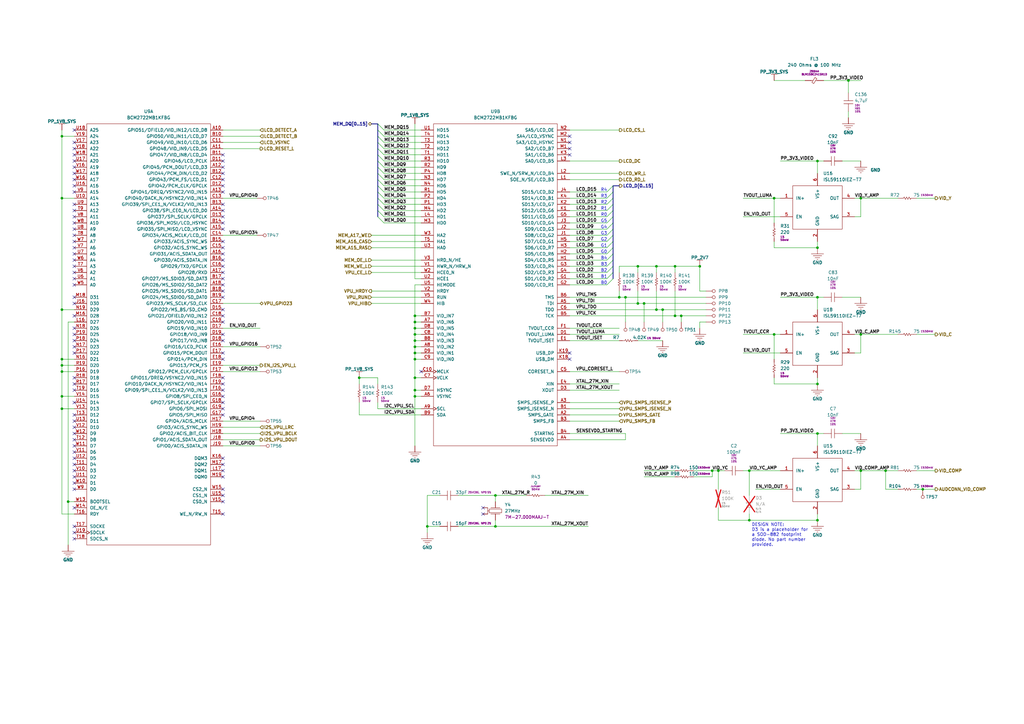
<source format=kicad_sch>
(kicad_sch (version 20231120) (generator "eeschema") (generator_version "8.0")
  (paper "A3")
  (title_block (title "iPod Video Main Board") (date "2025-04-19") (rev "A") (comment 1 "820-1975") (comment 2 "A"))
  (junction (at 25.4 81.28))
  (junction (at 25.4 127))
  (junction (at 25.4 167.64))
  (junction (at 276.86 129.54))
  (junction (at 269.24 109.22))
  (junction (at 292.1 193.04))
  (junction (at 254 121.92))
  (junction (at 363.22 193.04))
  (junction (at 170.18 134.62))
  (junction (at 317.5 81.28))
  (junction (at 170.18 139.7))
  (junction (at 261.62 109.22))
  (junction (at 170.18 142.24))
  (junction (at 335.28 177.8))
  (junction (at 287.02 109.22))
  (junction (at 170.18 129.54))
  (junction (at 269.24 127))
  (junction (at 353.06 137.16))
  (junction (at 170.18 147.32))
  (junction (at 335.28 66.04))
  (junction (at 261.62 124.46))
  (junction (at 307.34 193.04))
  (junction (at 27.94 205.74))
  (junction (at 147.32 154.94))
  (junction (at 335.28 157.48))
  (junction (at 378.46 200.66))
  (junction (at 335.28 101.6))
  (junction (at 353.06 193.04))
  (junction (at 203.2 203.2))
  (junction (at 335.28 121.92))
  (junction (at 256.54 121.92))
  (junction (at 25.4 149.86))
  (junction (at 279.4 129.54))
  (junction (at 264.16 124.46))
  (junction (at 276.86 109.22))
  (junction (at 271.78 127))
  (junction (at 203.2 215.9))
  (junction (at 170.18 162.56))
  (junction (at 170.18 137.16))
  (junction (at 294.64 193.04))
  (junction (at 25.4 152.4))
  (junction (at 170.18 144.78))
  (junction (at 25.4 162.56))
  (junction (at 353.06 81.28))
  (junction (at 170.18 154.94))
  (junction (at 25.4 55.88))
  (junction (at 307.34 213.36))
  (junction (at 170.18 160.02))
  (junction (at 335.28 213.36))
  (junction (at 25.4 147.32))
  (junction (at 175.26 215.9))
  (junction (at 347.98 33.02))
  (junction (at 317.5 137.16))
  (junction (at 170.18 132.08))
  (no_connect (at 91.44 116.84))
  (no_connect (at 30.48 106.68))
  (no_connect (at 30.48 177.8))
  (no_connect (at 91.44 83.82))
  (no_connect (at 30.48 175.26))
  (no_connect (at 30.48 63.5))
  (no_connect (at 91.44 162.56))
  (no_connect (at 91.44 203.2))
  (no_connect (at 30.48 182.88))
  (no_connect (at 91.44 144.78))
  (no_connect (at 91.44 76.2))
  (no_connect (at 30.48 78.74))
  (no_connect (at 30.48 111.76))
  (no_connect (at 233.68 55.88))
  (no_connect (at 91.44 132.08))
  (no_connect (at 30.48 129.54))
  (no_connect (at 30.48 71.12))
  (no_connect (at 91.44 210.82))
  (no_connect (at 91.44 109.22))
  (no_connect (at 30.48 180.34))
  (no_connect (at 91.44 205.74))
  (no_connect (at 91.44 73.66))
  (no_connect (at 91.44 157.48))
  (no_connect (at 30.48 109.22))
  (no_connect (at 30.48 53.34))
  (no_connect (at 198.12 210.82))
  (no_connect (at 91.44 91.44))
  (no_connect (at 30.48 66.04))
  (no_connect (at 91.44 147.32))
  (no_connect (at 30.48 208.28))
  (no_connect (at 233.68 147.32))
  (no_connect (at 91.44 111.76))
  (no_connect (at 30.48 193.04))
  (no_connect (at 30.48 218.44))
  (no_connect (at 91.44 66.04))
  (no_connect (at 30.48 154.94))
  (no_connect (at 91.44 200.66))
  (no_connect (at 91.44 63.5))
  (no_connect (at 233.68 63.5))
  (no_connect (at 30.48 160.02))
  (no_connect (at 91.44 86.36))
  (no_connect (at 233.68 60.96))
  (no_connect (at 30.48 114.3))
  (no_connect (at 233.68 58.42))
  (no_connect (at 30.48 220.98))
  (no_connect (at 30.48 68.58))
  (no_connect (at 91.44 121.92))
  (no_connect (at 30.48 134.62))
  (no_connect (at 91.44 71.12))
  (no_connect (at 30.48 86.36))
  (no_connect (at 30.48 187.96))
  (no_connect (at 30.48 104.14))
  (no_connect (at 91.44 78.74))
  (no_connect (at 91.44 101.6))
  (no_connect (at 30.48 157.48))
  (no_connect (at 91.44 68.58))
  (no_connect (at 91.44 93.98))
  (no_connect (at 30.48 124.46))
  (no_connect (at 30.48 76.2))
  (no_connect (at 30.48 121.92))
  (no_connect (at 30.48 60.96))
  (no_connect (at 91.44 129.54))
  (no_connect (at 91.44 99.06))
  (no_connect (at 30.48 83.82))
  (no_connect (at 30.48 200.66))
  (no_connect (at 30.48 99.06))
  (no_connect (at 30.48 172.72))
  (no_connect (at 91.44 139.7))
  (no_connect (at 91.44 88.9))
  (no_connect (at 30.48 93.98))
  (no_connect (at 30.48 215.9))
  (no_connect (at 91.44 154.94))
  (no_connect (at 91.44 106.68))
  (no_connect (at 30.48 101.6))
  (no_connect (at 30.48 96.52))
  (no_connect (at 30.48 185.42))
  (no_connect (at 30.48 165.1))
  (no_connect (at 91.44 104.14))
  (no_connect (at 233.68 144.78))
  (no_connect (at 30.48 139.7))
  (no_connect (at 30.48 116.84))
  (no_connect (at 30.48 58.42))
  (no_connect (at 30.48 198.12))
  (no_connect (at 91.44 190.5))
  (no_connect (at 30.48 137.16))
  (no_connect (at 91.44 119.38))
  (no_connect (at 91.44 195.58))
  (no_connect (at 91.44 160.02))
  (no_connect (at 30.48 195.58))
  (no_connect (at 30.48 144.78))
  (no_connect (at 91.44 170.18))
  (no_connect (at 91.44 127))
  (no_connect (at 91.44 137.16))
  (no_connect (at 91.44 187.96))
  (no_connect (at 91.44 193.04))
  (no_connect (at 30.48 88.9))
  (no_connect (at 91.44 114.3))
  (no_connect (at 30.48 170.18))
  (no_connect (at 172.72 152.4))
  (no_connect (at 30.48 91.44))
  (no_connect (at 30.48 73.66))
  (no_connect (at 30.48 190.5))
  (no_connect (at 91.44 167.64))
  (no_connect (at 198.12 208.28))
  (no_connect (at 91.44 165.1))
  (no_connect (at 30.48 142.24))
  (bus_entry (at 157.48 83.82) (size -2.54 -2.54))
  (bus_entry (at 248.92 88.9) (size 2.54 -2.54))
  (bus_entry (at 248.92 104.14) (size 2.54 -2.54))
  (bus_entry (at 157.48 78.74) (size -2.54 -2.54))
  (bus_entry (at 157.48 73.66) (size -2.54 -2.54))
  (bus_entry (at 157.48 60.96) (size -2.54 -2.54))
  (bus_entry (at 157.48 88.9) (size -2.54 -2.54))
  (bus_entry (at 248.92 91.44) (size 2.54 -2.54))
  (bus_entry (at 157.48 86.36) (size -2.54 -2.54))
  (bus_entry (at 157.48 71.12) (size -2.54 -2.54))
  (bus_entry (at 157.48 55.88) (size -2.54 -2.54))
  (bus_entry (at 248.92 106.68) (size 2.54 -2.54))
  (bus_entry (at 248.92 99.06) (size 2.54 -2.54))
  (bus_entry (at 248.92 78.74) (size 2.54 -2.54))
  (bus_entry (at 157.48 53.34) (size -2.54 -2.54))
  (bus_entry (at 248.92 101.6) (size 2.54 -2.54))
  (bus_entry (at 157.48 91.44) (size -2.54 -2.54))
  (bus_entry (at 157.48 66.04) (size -2.54 -2.54))
  (bus_entry (at 157.48 76.2) (size -2.54 -2.54))
  (bus_entry (at 248.92 96.52) (size 2.54 -2.54))
  (bus_entry (at 248.92 111.76) (size 2.54 -2.54))
  (bus_entry (at 248.92 116.84) (size 2.54 -2.54))
  (bus_entry (at 248.92 109.22) (size 2.54 -2.54))
  (bus_entry (at 157.48 81.28) (size -2.54 -2.54))
  (bus_entry (at 157.48 68.58) (size -2.54 -2.54))
  (bus_entry (at 248.92 86.36) (size 2.54 -2.54))
  (bus_entry (at 248.92 93.98) (size 2.54 -2.54))
  (bus_entry (at 248.92 114.3) (size 2.54 -2.54))
  (bus_entry (at 248.92 83.82) (size 2.54 -2.54))
  (bus_entry (at 157.48 58.42) (size -2.54 -2.54))
  (bus_entry (at 248.92 81.28) (size 2.54 -2.54))
  (bus_entry (at 157.48 63.5) (size -2.54 -2.54))
  (bus (pts (xy 251.46 81.28) (xy 251.46 78.74)))
  (wire (pts (xy 203.2 203.2) (xy 215.9 203.2)))
  (bus (pts (xy 154.94 81.28) (xy 154.94 78.74)))
  (wire (pts (xy 320.04 121.92) (xy 335.28 121.92)))
  (wire (pts (xy 152.4 111.76) (xy 172.72 111.76)))
  (wire (pts (xy 345.44 177.8) (xy 353.06 177.8)))
  (wire (pts (xy 284.48 195.58) (xy 292.1 195.58)))
  (bus (pts (xy 154.94 68.58) (xy 154.94 66.04)))
  (wire (pts (xy 170.18 132.08) (xy 170.18 129.54)))
  (wire (pts (xy 350.52 144.78) (xy 353.06 144.78)))
  (wire (pts (xy 170.18 144.78) (xy 172.72 144.78)))
  (wire (pts (xy 170.18 162.56) (xy 172.72 162.56)))
  (wire (pts (xy 233.68 177.8) (xy 256.54 177.8)))
  (wire (pts (xy 157.48 58.42) (xy 172.72 58.42)))
  (wire (pts (xy 233.68 93.98) (xy 248.92 93.98)))
  (bus (pts (xy 154.94 66.04) (xy 154.94 63.5)))
  (wire (pts (xy 307.34 193.04) (xy 307.34 203.2)))
  (bus (pts (xy 251.46 88.9) (xy 251.46 86.36)))
  (wire (pts (xy 287.02 134.62) (xy 287.02 132.08)))
  (wire (pts (xy 170.18 132.08) (xy 172.72 132.08)))
  (wire (pts (xy 157.48 83.82) (xy 172.72 83.82)))
  (bus (pts (xy 251.46 104.14) (xy 251.46 101.6)))
  (wire (pts (xy 154.94 165.1) (xy 154.94 167.64)))
  (wire (pts (xy 378.46 200.66) (xy 383.54 200.66)))
  (wire (pts (xy 335.28 66.04) (xy 337.82 66.04)))
  (wire (pts (xy 264.16 124.46) (xy 289.56 124.46)))
  (wire (pts (xy 335.28 213.36) (xy 335.28 210.82)))
  (wire (pts (xy 233.68 104.14) (xy 248.92 104.14)))
  (wire (pts (xy 317.5 157.48) (xy 335.28 157.48)))
  (wire (pts (xy 157.48 63.5) (xy 172.72 63.5)))
  (bus (pts (xy 154.94 86.36) (xy 154.94 83.82)))
  (wire (pts (xy 383.54 137.16) (xy 375.92 137.16)))
  (wire (pts (xy 345.44 66.04) (xy 353.06 66.04)))
  (wire (pts (xy 170.18 129.54) (xy 170.18 116.84)))
  (wire (pts (xy 152.4 106.68) (xy 172.72 106.68)))
  (wire (pts (xy 147.32 170.18) (xy 172.72 170.18)))
  (wire (pts (xy 233.68 137.16) (xy 254 137.16)))
  (bus (pts (xy 251.46 96.52) (xy 251.46 93.98)))
  (wire (pts (xy 170.18 134.62) (xy 172.72 134.62)))
  (wire (pts (xy 317.5 33.02) (xy 330.2 33.02)))
  (wire (pts (xy 335.28 71.12) (xy 335.28 66.04)))
  (wire (pts (xy 25.4 55.88) (xy 25.4 81.28)))
  (bus (pts (xy 251.46 99.06) (xy 251.46 101.6)))
  (wire (pts (xy 233.68 73.66) (xy 254 73.66)))
  (wire (pts (xy 304.8 137.16) (xy 317.5 137.16)))
  (wire (pts (xy 233.68 78.74) (xy 248.92 78.74)))
  (wire (pts (xy 292.1 193.04) (xy 294.64 193.04)))
  (wire (pts (xy 152.4 109.22) (xy 172.72 109.22)))
  (wire (pts (xy 317.5 81.28) (xy 320.04 81.28)))
  (wire (pts (xy 91.44 177.8) (xy 106.68 177.8)))
  (wire (pts (xy 375.92 200.66) (xy 378.46 200.66)))
  (wire (pts (xy 187.96 215.9) (xy 203.2 215.9)))
  (wire (pts (xy 269.24 109.22) (xy 276.86 109.22)))
  (wire (pts (xy 317.5 91.44) (xy 317.5 81.28)))
  (wire (pts (xy 175.26 203.2) (xy 175.26 215.9)))
  (wire (pts (xy 233.68 71.12) (xy 254 71.12)))
  (wire (pts (xy 27.94 132.08) (xy 30.48 132.08)))
  (wire (pts (xy 276.86 109.22) (xy 276.86 111.76)))
  (wire (pts (xy 233.68 127) (xy 269.24 127)))
  (wire (pts (xy 157.48 68.58) (xy 172.72 68.58)))
  (wire (pts (xy 152.4 119.38) (xy 172.72 119.38)))
  (wire (pts (xy 335.28 182.88) (xy 335.28 177.8)))
  (bus (pts (xy 154.94 76.2) (xy 154.94 73.66)))
  (wire (pts (xy 170.18 154.94) (xy 170.18 147.32)))
  (wire (pts (xy 233.68 139.7) (xy 254 139.7)))
  (wire (pts (xy 233.68 114.3) (xy 248.92 114.3)))
  (wire (pts (xy 383.54 81.28) (xy 375.92 81.28)))
  (wire (pts (xy 363.22 193.04) (xy 368.3 193.04)))
  (bus (pts (xy 251.46 81.28) (xy 251.46 83.82)))
  (wire (pts (xy 233.68 160.02) (xy 254 160.02)))
  (wire (pts (xy 170.18 116.84) (xy 172.72 116.84)))
  (wire (pts (xy 25.4 127) (xy 30.48 127)))
  (wire (pts (xy 233.68 86.36) (xy 248.92 86.36)))
  (wire (pts (xy 271.78 127) (xy 271.78 132.08)))
  (wire (pts (xy 233.68 66.04) (xy 254 66.04)))
  (wire (pts (xy 317.5 154.94) (xy 317.5 157.48)))
  (wire (pts (xy 25.4 147.32) (xy 25.4 149.86)))
  (wire (pts (xy 157.48 53.34) (xy 172.72 53.34)))
  (wire (pts (xy 294.64 213.36) (xy 294.64 208.28)))
  (wire (pts (xy 307.34 193.04) (xy 304.8 193.04)))
  (wire (pts (xy 254 109.22) (xy 261.62 109.22)))
  (wire (pts (xy 276.86 109.22) (xy 287.02 109.22)))
  (wire (pts (xy 294.64 193.04) (xy 294.64 200.66)))
  (wire (pts (xy 170.18 182.88) (xy 170.18 162.56)))
  (wire (pts (xy 154.94 167.64) (xy 172.72 167.64)))
  (wire (pts (xy 91.44 175.26) (xy 106.68 175.26)))
  (wire (pts (xy 317.5 99.06) (xy 317.5 101.6)))
  (wire (pts (xy 157.48 71.12) (xy 172.72 71.12)))
  (wire (pts (xy 353.06 200.66) (xy 353.06 193.04)))
  (wire (pts (xy 25.4 55.88) (xy 30.48 55.88)))
  (wire (pts (xy 233.68 172.72) (xy 254 172.72)))
  (wire (pts (xy 335.28 177.8) (xy 337.82 177.8)))
  (wire (pts (xy 152.4 121.92) (xy 172.72 121.92)))
  (wire (pts (xy 30.48 167.64) (xy 25.4 167.64)))
  (wire (pts (xy 350.52 200.66) (xy 353.06 200.66)))
  (wire (pts (xy 256.54 177.8) (xy 256.54 180.34)))
  (wire (pts (xy 271.78 127) (xy 289.56 127)))
  (wire (pts (xy 287.02 119.38) (xy 289.56 119.38)))
  (wire (pts (xy 27.94 223.52) (xy 27.94 205.74)))
  (wire (pts (xy 320.04 66.04) (xy 335.28 66.04)))
  (wire (pts (xy 157.48 66.04) (xy 172.72 66.04)))
  (wire (pts (xy 350.52 137.16) (xy 353.06 137.16)))
  (wire (pts (xy 233.68 134.62) (xy 254 134.62)))
  (wire (pts (xy 233.68 116.84) (xy 248.92 116.84)))
  (wire (pts (xy 170.18 139.7) (xy 172.72 139.7)))
  (wire (pts (xy 363.22 193.04) (xy 363.22 200.66)))
  (wire (pts (xy 337.82 33.02) (xy 347.98 33.02)))
  (wire (pts (xy 157.48 91.44) (xy 172.72 91.44)))
  (wire (pts (xy 254 121.92) (xy 256.54 121.92)))
  (wire (pts (xy 25.4 162.56) (xy 25.4 152.4)))
  (bus (pts (xy 154.94 88.9) (xy 154.94 86.36)))
  (wire (pts (xy 152.4 99.06) (xy 172.72 99.06)))
  (wire (pts (xy 157.48 60.96) (xy 172.72 60.96)))
  (wire (pts (xy 276.86 129.54) (xy 279.4 129.54)))
  (wire (pts (xy 233.68 88.9) (xy 248.92 88.9)))
  (wire (pts (xy 152.4 124.46) (xy 172.72 124.46)))
  (wire (pts (xy 350.52 88.9) (xy 353.06 88.9)))
  (wire (pts (xy 353.06 193.04) (xy 363.22 193.04)))
  (wire (pts (xy 317.5 137.16) (xy 320.04 137.16)))
  (wire (pts (xy 233.68 129.54) (xy 276.86 129.54)))
  (wire (pts (xy 307.34 213.36) (xy 335.28 213.36)))
  (wire (pts (xy 317.5 147.32) (xy 317.5 137.16)))
  (wire (pts (xy 233.68 83.82) (xy 248.92 83.82)))
  (wire (pts (xy 25.4 167.64) (xy 25.4 210.82)))
  (wire (pts (xy 175.26 215.9) (xy 180.34 215.9)))
  (wire (pts (xy 170.18 160.02) (xy 170.18 154.94)))
  (wire (pts (xy 269.24 127) (xy 271.78 127)))
  (wire (pts (xy 264.16 124.46) (xy 264.16 132.08)))
  (wire (pts (xy 25.4 81.28) (xy 30.48 81.28)))
  (wire (pts (xy 170.18 154.94) (xy 172.72 154.94)))
  (wire (pts (xy 170.18 147.32) (xy 170.18 144.78)))
  (wire (pts (xy 91.44 60.96) (xy 106.68 60.96)))
  (bus (pts (xy 251.46 76.2) (xy 251.46 78.74)))
  (wire (pts (xy 294.64 213.36) (xy 307.34 213.36)))
  (wire (pts (xy 279.4 129.54) (xy 279.4 132.08)))
  (wire (pts (xy 170.18 144.78) (xy 170.18 142.24)))
  (wire (pts (xy 91.44 124.46) (xy 106.68 124.46)))
  (wire (pts (xy 347.98 45.72) (xy 347.98 48.26)))
  (wire (pts (xy 25.4 152.4) (xy 30.48 152.4)))
  (wire (pts (xy 335.28 101.6) (xy 335.28 99.06)))
  (wire (pts (xy 30.48 210.82) (xy 25.4 210.82)))
  (wire (pts (xy 233.68 96.52) (xy 248.92 96.52)))
  (wire (pts (xy 233.68 167.64) (xy 254 167.64)))
  (wire (pts (xy 304.8 81.28) (xy 317.5 81.28)))
  (wire (pts (xy 25.4 81.28) (xy 25.4 127)))
  (wire (pts (xy 170.18 134.62) (xy 170.18 132.08)))
  (bus (pts (xy 154.94 55.88) (xy 154.94 53.34)))
  (wire (pts (xy 353.06 144.78) (xy 353.06 137.16)))
  (wire (pts (xy 292.1 193.04) (xy 292.1 195.58)))
  (wire (pts (xy 264.16 195.58) (xy 276.86 195.58)))
  (wire (pts (xy 25.4 149.86) (xy 25.4 152.4)))
  (bus (pts (xy 154.94 58.42) (xy 154.94 55.88)))
  (bus (pts (xy 154.94 60.96) (xy 154.94 58.42)))
  (wire (pts (xy 233.68 81.28) (xy 248.92 81.28)))
  (wire (pts (xy 25.4 127) (xy 25.4 147.32)))
  (wire (pts (xy 91.44 134.62) (xy 106.68 134.62)))
  (wire (pts (xy 233.68 170.18) (xy 254 170.18)))
  (wire (pts (xy 335.28 127) (xy 335.28 121.92)))
  (wire (pts (xy 152.4 101.6) (xy 172.72 101.6)))
  (wire (pts (xy 106.68 172.72) (xy 91.44 172.72)))
  (wire (pts (xy 170.18 137.16) (xy 172.72 137.16)))
  (wire (pts (xy 261.62 109.22) (xy 261.62 111.76)))
  (wire (pts (xy 254 152.4) (xy 233.68 152.4)))
  (wire (pts (xy 152.4 96.52) (xy 172.72 96.52)))
  (wire (pts (xy 105.41 81.28) (xy 91.44 81.28)))
  (wire (pts (xy 233.68 180.34) (xy 256.54 180.34)))
  (bus (pts (xy 251.46 91.44) (xy 251.46 93.98)))
  (wire (pts (xy 157.48 76.2) (xy 172.72 76.2)))
  (wire (pts (xy 304.8 88.9) (xy 320.04 88.9)))
  (wire (pts (xy 320.04 177.8) (xy 335.28 177.8)))
  (wire (pts (xy 170.18 50.8) (xy 170.18 114.3)))
  (wire (pts (xy 264.16 193.04) (xy 276.86 193.04)))
  (wire (pts (xy 307.34 193.04) (xy 320.04 193.04)))
  (wire (pts (xy 261.62 109.22) (xy 269.24 109.22)))
  (bus (pts (xy 251.46 104.14) (xy 251.46 106.68)))
  (bus (pts (xy 154.94 53.34) (xy 154.94 50.8)))
  (wire (pts (xy 105.41 96.52) (xy 91.44 96.52)))
  (wire (pts (xy 170.18 147.32) (xy 172.72 147.32)))
  (wire (pts (xy 187.96 203.2) (xy 203.2 203.2)))
  (wire (pts (xy 157.48 81.28) (xy 172.72 81.28)))
  (wire (pts (xy 345.44 121.92) (xy 353.06 121.92)))
  (wire (pts (xy 279.4 129.54) (xy 289.56 129.54)))
  (wire (pts (xy 254 111.76) (xy 254 109.22)))
  (wire (pts (xy 335.28 157.48) (xy 335.28 154.94)))
  (wire (pts (xy 233.68 124.46) (xy 261.62 124.46)))
  (wire (pts (xy 304.8 144.78) (xy 320.04 144.78)))
  (wire (pts (xy 233.68 106.68) (xy 248.92 106.68)))
  (wire (pts (xy 223.52 203.2) (xy 241.3 203.2)))
  (wire (pts (xy 254 119.38) (xy 254 121.92)))
  (wire (pts (xy 350.52 193.04) (xy 353.06 193.04)))
  (wire (pts (xy 91.44 180.34) (xy 106.68 180.34)))
  (wire (pts (xy 233.68 121.92) (xy 254 121.92)))
  (wire (pts (xy 91.44 149.86) (xy 106.68 149.86)))
  (wire (pts (xy 353.06 137.16) (xy 368.3 137.16)))
  (wire (pts (xy 233.68 53.34) (xy 254 53.34)))
  (bus (pts (xy 251.46 111.76) (xy 251.46 114.3)))
  (wire (pts (xy 25.4 53.34) (xy 25.4 55.88)))
  (wire (pts (xy 233.68 99.06) (xy 248.92 99.06)))
  (wire (pts (xy 256.54 121.92) (xy 256.54 132.08)))
  (wire (pts (xy 157.48 55.88) (xy 172.72 55.88)))
  (bus (pts (xy 154.94 83.82) (xy 154.94 81.28)))
  (wire (pts (xy 175.26 215.9) (xy 175.26 218.44)))
  (wire (pts (xy 233.68 109.22) (xy 248.92 109.22)))
  (wire (pts (xy 170.18 129.54) (xy 172.72 129.54)))
  (wire (pts (xy 170.18 139.7) (xy 170.18 137.16)))
  (wire (pts (xy 269.24 119.38) (xy 269.24 127)))
  (wire (pts (xy 203.2 215.9) (xy 241.3 215.9)))
  (wire (pts (xy 287.02 109.22) (xy 287.02 119.38)))
  (wire (pts (xy 170.18 142.24) (xy 172.72 142.24)))
  (wire (pts (xy 294.64 193.04) (xy 297.18 193.04)))
  (wire (pts (xy 317.5 101.6) (xy 335.28 101.6)))
  (wire (pts (xy 180.34 203.2) (xy 175.26 203.2)))
  (wire (pts (xy 271.78 139.7) (xy 261.62 139.7)))
  (wire (pts (xy 309.88 200.66) (xy 320.04 200.66)))
  (wire (pts (xy 353.06 88.9) (xy 353.06 81.28)))
  (wire (pts (xy 91.44 53.34) (xy 106.68 53.34)))
  (wire (pts (xy 157.48 78.74) (xy 172.72 78.74)))
  (wire (pts (xy 233.68 91.44) (xy 248.92 91.44)))
  (wire (pts (xy 203.2 203.2) (xy 203.2 205.74)))
  (wire (pts (xy 307.34 213.36) (xy 307.34 210.82)))
  (bus (pts (xy 154.94 78.74) (xy 154.94 76.2)))
  (wire (pts (xy 287.02 132.08) (xy 289.56 132.08)))
  (bus (pts (xy 251.46 109.22) (xy 251.46 111.76)))
  (wire (pts (xy 106.68 142.24) (xy 91.44 142.24)))
  (wire (pts (xy 170.18 137.16) (xy 170.18 134.62)))
  (wire (pts (xy 233.68 101.6) (xy 248.92 101.6)))
  (wire (pts (xy 147.32 170.18) (xy 147.32 165.1)))
  (wire (pts (xy 157.48 73.66) (xy 172.72 73.66)))
  (wire (pts (xy 91.44 55.88) (xy 106.68 55.88)))
  (bus (pts (xy 254 76.2) (xy 251.46 76.2)))
  (wire (pts (xy 353.06 81.28) (xy 368.3 81.28)))
  (wire (pts (xy 25.4 147.32) (xy 30.48 147.32)))
  (wire (pts (xy 261.62 124.46) (xy 264.16 124.46)))
  (wire (pts (xy 147.32 154.94) (xy 154.94 154.94)))
  (wire (pts (xy 350.52 81.28) (xy 353.06 81.28)))
  (wire (pts (xy 25.4 149.86) (xy 30.48 149.86)))
  (wire (pts (xy 27.94 205.74) (xy 27.94 132.08)))
  (wire (pts (xy 347.98 33.02) (xy 347.98 38.1)))
  (wire (pts (xy 170.18 142.24) (xy 170.18 139.7)))
  (wire (pts (xy 154.94 154.94) (xy 154.94 157.48)))
  (wire (pts (xy 91.44 58.42) (xy 106.68 58.42)))
  (wire (pts (xy 30.48 162.56) (xy 25.4 162.56)))
  (wire (pts (xy 25.4 162.56) (xy 25.4 167.64)))
  (wire (pts (xy 106.68 182.88) (xy 91.44 182.88)))
  (wire (pts (xy 203.2 213.36) (xy 203.2 215.9)))
  (wire (pts (xy 276.86 119.38) (xy 276.86 129.54)))
  (wire (pts (xy 383.54 193.04) (xy 375.92 193.04)))
  (wire (pts (xy 170.18 162.56) (xy 170.18 160.02)))
  (wire (pts (xy 269.24 109.22) (xy 269.24 111.76)))
  (wire (pts (xy 335.28 121.92) (xy 337.82 121.92)))
  (wire (pts (xy 157.48 86.36) (xy 172.72 86.36)))
  (wire (pts (xy 106.68 152.4) (xy 91.44 152.4)))
  (bus (pts (xy 154.94 73.66) (xy 154.94 71.12)))
  (bus (pts (xy 154.94 50.8) (xy 152.4 50.8)))
  (bus (pts (xy 251.46 88.9) (xy 251.46 91.44)))
  (wire (pts (xy 368.3 200.66) (xy 363.22 200.66)))
  (wire (pts (xy 170.18 114.3) (xy 172.72 114.3)))
  (wire (pts (xy 233.68 165.1) (xy 254 165.1)))
  (wire (pts (xy 157.48 88.9) (xy 172.72 88.9)))
  (wire (pts (xy 170.18 160.02) (xy 172.72 160.02)))
  (bus (pts (xy 154.94 63.5) (xy 154.94 60.96)))
  (wire (pts (xy 261.62 119.38) (xy 261.62 124.46)))
  (bus (pts (xy 251.46 83.82) (xy 251.46 86.36)))
  (wire (pts (xy 233.68 111.76) (xy 248.92 111.76)))
  (bus (pts (xy 251.46 109.22) (xy 251.46 106.68)))
  (wire (pts (xy 27.94 205.74) (xy 30.48 205.74)))
  (bus (pts (xy 251.46 99.06) (xy 251.46 96.52)))
  (bus (pts (xy 154.94 71.12) (xy 154.94 68.58)))
  (wire (pts (xy 347.98 33.02) (xy 353.06 33.02)))
  (wire (pts (xy 256.54 121.92) (xy 289.56 121.92)))
  (wire (pts (xy 147.32 157.48) (xy 147.32 154.94)))
  (wire (pts (xy 233.68 157.48) (xy 254 157.48)))
  (wire (pts (xy 284.48 193.04) (xy 292.1 193.04)))
  (text_box "DESIGN NOTE:\nD3 is a placeholder for a SOD-882 footprint diode. No part number provided." (at 307.34 213.36 0) (size 25.4 10.16) (stroke (width -0.0001)) (effects (font (size 1.27 1.27)) (justify left top)))
  (text "G1" (at 246.38 101.6 0) (effects (font (size 1.27 1.27)) (justify left bottom)))
  (text "R2" (at 246.38 83.82 0) (effects (font (size 1.27 1.27)) (justify left bottom)))
  (text "R3" (at 246.38 81.28 0) (effects (font (size 1.27 1.27)) (justify left bottom)))
  (text "B3" (at 246.38 109.22 0) (effects (font (size 1.27 1.27)) (justify left bottom)))
  (text "B4" (at 246.38 106.68 0) (effects (font (size 1.27 1.27)) (justify left bottom)))
  (text "B2" (at 246.38 111.76 0) (effects (font (size 1.27 1.27)) (justify left bottom)))
  (text "G3" (at 246.38 96.52 0) (effects (font (size 1.27 1.27)) (justify left bottom)))
  (text "B1" (at 246.38 114.3 0) (effects (font (size 1.27 1.27)) (justify left bottom)))
  (text "R1" (at 246.38 86.36 0) (effects (font (size 1.27 1.27)) (justify left bottom)))
  (text "G4" (at 246.38 93.98 0) (effects (font (size 1.27 1.27)) (justify left bottom)))
  (text "G2" (at 246.38 99.06 0) (effects (font (size 1.27 1.27)) (justify left bottom)))
  (text "B0" (at 246.38 116.84 0) (effects (font (size 1.27 1.27)) (justify left bottom)))
  (text "R4" (at 246.38 78.74 0) (effects (font (size 1.27 1.27)) (justify left bottom)))
  (text "R0" (at 246.38 88.9 0) (effects (font (size 1.27 1.27)) (justify left bottom)))
  (text "G0" (at 246.38 104.14 0) (effects (font (size 1.27 1.27)) (justify left bottom)))
  (text "G5" (at 246.38 91.44 0) (effects (font (size 1.27 1.27)) (justify left bottom)))
  (label "VID_Y_AMP" (at 350.52 81.28 0) (effects (font (thickness 0.254) (bold yes))))
  (label "LCD_D13" (at 236.22 83.82 0) (effects (font (thickness 0.254) (bold yes))))
  (label "MEM_DQ6" (at 157.48 76.2 0) (effects (font (thickness 0.254) (bold yes))))
  (label "LCD_D5" (at 236.22 104.14 0) (effects (font (thickness 0.254) (bold yes))))
  (label "VPU_GPIO12" (at 93.98 152.4 0) (effects (font (thickness 0.254) (bold yes))))
  (label "MEM_DQ8" (at 157.48 71.12 0) (effects (font (thickness 0.254) (bold yes))))
  (label "EN_VID_OUT" (at 309.88 200.66 0) (effects (font (thickness 0.254) (bold yes))))
  (label "MEM_DQ12" (at 157.48 60.96 0) (effects (font (thickness 0.254) (bold yes))))
  (label "PP_3V3_VIDEO" (at 320.04 177.8 0) (effects (font (thickness 0.254) (bold yes))))
  (label "MEM_DQ1" (at 157.48 88.9 0) (effects (font (thickness 0.254) (bold yes))))
  (label "VPU_TMS" (at 236.22 121.92 0) (effects (font (thickness 0.254) (bold yes))))
  (label "MEM_DQ11" (at 157.48 63.5 0) (effects (font (thickness 0.254) (bold yes))))
  (label "EN_VID_OUT" (at 304.8 88.9 0) (effects (font (thickness 0.254) (bold yes))))
  (label "VID_COMP_AMP" (at 350.52 193.04 0) (effects (font (thickness 0.254) (bold yes))))
  (label "VPU_GPIO4" (at 93.98 172.72 0) (effects (font (thickness 0.254) (bold yes))))
  (label "XTAL_27M_R" (at 205.74 203.2 0) (effects (font (thickness 0.254) (bold yes))))
  (label "LCD_D3" (at 236.22 109.22 0) (effects (font (thickness 0.254) (bold yes))))
  (label "VID_C_AMP" (at 264.16 195.58 0) (effects (font (thickness 0.254) (bold yes))))
  (label "PP_3V3_VIDEO" (at 320.04 66.04 0) (effects (font (thickness 0.254) (bold yes))))
  (label "XTAL_27M_XIN" (at 226.06 203.2 0) (effects (font (thickness 0.254) (bold yes))))
  (label "VPU_GPIO40" (at 93.98 81.28 0) (effects (font (thickness 0.254) (bold yes))))
  (label "TVOUT_CCR" (at 304.8 137.16 0) (effects (font (thickness 0.254) (bold yes))))
  (label "XTAL_27M_XIN" (at 236.22 157.48 0) (effects (font (thickness 0.254) (bold yes))))
  (label "I2C_VPU_SDA" (at 157.48 170.18 0) (effects (font (thickness 0.254) (bold yes))))
  (label "TVOUT_LUMA" (at 304.8 81.28 0) (effects (font (thickness 0.254) (bold yes))))
  (label "LCD_D7" (at 236.22 99.06 0) (effects (font (thickness 0.254) (bold yes))))
  (label "MEM_DQ0" (at 157.48 91.44 0) (effects (font (thickness 0.254) (bold yes))))
  (label "LCD_D12" (at 236.22 86.36 0) (effects (font (thickness 0.254) (bold yes))))
  (label "EN_VID_OUT" (at 304.8 144.78 0) (effects (font (thickness 0.254) (bold yes))))
  (label "TVOUT_CCR" (at 236.22 134.62 0) (effects (font (thickness 0.254) (bold yes))))
  (label "MEM_DQ4" (at 157.48 81.28 0) (effects (font (thickness 0.254) (bold yes))))
  (label "MEM_DQ5" (at 157.48 78.74 0) (effects (font (thickness 0.254) (bold yes))))
  (label "VPU_GPIO16" (at 93.98 142.24 0) (effects (font (thickness 0.254) (bold yes))))
  (label "VPU_CORESET_L" (at 236.22 152.4 0) (effects (font (thickness 0.254) (bold yes))))
  (label "PP_3V3_VIDEO" (at 340.36 33.02 0) (effects (font (thickness 0.254) (bold yes))))
  (label "VPU_TDI" (at 236.22 124.46 0) (effects (font (thickness 0.254) (bold yes))))
  (label "LCD_D1" (at 236.22 114.3 0) (effects (font (thickness 0.254) (bold yes))))
  (label "LCD_D6" (at 236.22 101.6 0) (effects (font (thickness 0.254) (bold yes))))
  (label "LCD_D11" (at 236.22 88.9 0) (effects (font (thickness 0.254) (bold yes))))
  (label "VPU_TCK" (at 236.22 129.54 0) (effects (font (thickness 0.254) (bold yes))))
  (label "SENSEVDD_STARTNG" (at 236.22 177.8 0) (effects (font (thickness 0.254) (bold yes))))
  (label "LCD_D9" (at 236.22 93.98 0) (effects (font (thickness 0.254) (bold yes))))
  (label "LCD_D14" (at 236.22 81.28 0) (effects (font (thickness 0.254) (bold yes))))
  (label "PP_3V3_VIDEO" (at 320.04 121.92 0) (effects (font (thickness 0.254) (bold yes))))
  (label "VID_C_AMP" (at 350.52 137.16 0) (effects (font (thickness 0.254) (bold yes))))
  (label "LCD_D4" (at 236.22 106.68 0) (effects (font (thickness 0.254) (bold yes))))
  (label "LCD_D10" (at 236.22 91.44 0) (effects (font (thickness 0.254) (bold yes))))
  (label "MEM_DQ10" (at 157.48 66.04 0) (effects (font (thickness 0.254) (bold yes))))
  (label "LCD_D8" (at 236.22 96.52 0) (effects (font (thickness 0.254) (bold yes))))
  (label "LCD_D2" (at 236.22 111.76 0) (effects (font (thickness 0.254) (bold yes))))
  (label "VID_YC" (at 292.1 193.04 0) (effects (font (thickness 0.254) (bold yes))))
  (label "MEM_DQ15" (at 157.48 53.34 0) (effects (font (thickness 0.254) (bold yes))))
  (label "MEM_DQ2" (at 157.48 86.36 0) (effects (font (thickness 0.254) (bold yes))))
  (label "LCD_D15" (at 236.22 78.74 0) (effects (font (thickness 0.254) (bold yes))))
  (label "I2C_VPU_SCL" (at 157.48 167.64 0) (effects (font (thickness 0.254) (bold yes))))
  (label "MEM_DQ13" (at 157.48 58.42 0) (effects (font (thickness 0.254) (bold yes))))
  (label "LCD_D0" (at 236.22 116.84 0) (effects (font (thickness 0.254) (bold yes))))
  (label "MEM_DQ14" (at 157.48 55.88 0) (effects (font (thickness 0.254) (bold yes))))
  (label "XTAL_27M_XOUT" (at 226.06 215.9 0) (effects (font (thickness 0.254) (bold yes))))
  (label "MEM_DQ7" (at 157.48 73.66 0) (effects (font (thickness 0.254) (bold yes))))
  (label "VID_YC_AMP" (at 307.34 193.04 0) (effects (font (thickness 0.254) (bold yes))))
  (label "XTAL_27M_XOUT" (at 236.22 160.02 0) (effects (font (thickness 0.254) (bold yes))))
  (label "TVOUT_ISET" (at 236.22 139.7 0) (effects (font (thickness 0.254) (bold yes))))
  (label "MEM_DQ9" (at 157.48 68.58 0) (effects (font (thickness 0.254) (bold yes))))
  (label "EN_VID_OUT" (at 93.98 134.62 0) (effects (font (thickness 0.254) (bold yes))))
  (label "VPU_GPIO0" (at 93.98 182.88 0) (effects (font (thickness 0.254) (bold yes))))
  (label "VPU_TDO" (at 236.22 127 0) (effects (font (thickness 0.254) (bold yes))))
  (label "MEM_DQ3" (at 157.48 83.82 0) (effects (font (thickness 0.254) (bold yes))))
  (label "TVOUT_LUMA" (at 236.22 137.16 0) (effects (font (thickness 0.254) (bold yes))))
  (label "VID_Y_AMP" (at 264.16 193.04 0) (effects (font (thickness 0.254) (bold yes))))
  (label "VPU_GPIO34" (at 93.98 96.52 0) (effects (font (thickness 0.254) (bold yes))))
  (hierarchical_label "VPU_CE_L" (shape input) (at 152.4 111.76 180) (effects (font (thickness 0.254) (bold yes))))
  (hierarchical_label "LCD_DETECT_A" (shape input) (at 106.68 53.34 0) (effects (font (bold yes))))
  (hierarchical_label "LCD_RD_L" (shape output) (at 254 73.66 0) (effects (font (bold yes))))
  (hierarchical_label "LCD_DETECT_B" (shape input) (at 106.68 55.88 0) (effects (font (bold yes))))
  (hierarchical_label "VPU_SMPS_GATE" (shape output) (at 254 170.18 0) (effects (font (bold yes))))
  (hierarchical_label "LCD_WR_L" (shape output) (at 254 71.12 0) (effects (font (bold yes))))
  (hierarchical_label "VPU_GPIO23" (shape bidirectional) (at 106.68 124.46 0) (effects (font (bold yes))))
  (hierarchical_label "VPU_HRDY" (shape output) (at 152.4 119.38 180) (effects (font (bold yes))))
  (hierarchical_label "MEM_OE_L" (shape input) (at 152.4 106.68 180) (effects (font (bold yes))))
  (hierarchical_label "LCD_CS_L" (shape output) (at 254 53.34 0) (effects (font (bold yes))))
  (hierarchical_label "LCD_DC" (shape output) (at 254 66.04 0) (effects (font (bold yes))))
  (hierarchical_label "LCD_RESET_L" (shape output) (at 106.68 60.96 0) (effects (font (bold yes))))
  (hierarchical_label "AUDCONN_VID_COMP" (shape output) (at 383.54 200.66 0) (effects (font (bold yes))))
  (hierarchical_label "MEM_DQ[0..15]" (shape bidirectional) (at 152.4 50.8 180) (effects (font (bold yes))))
  (hierarchical_label "EN_I2S_VPU_L" (shape output) (at 106.68 149.86 0) (effects (font (bold yes))))
  (hierarchical_label "VPU_HIB" (shape input) (at 152.4 124.46 180) (effects (font (bold yes))))
  (hierarchical_label "VPU_RUN" (shape input) (at 152.4 121.92 180) (effects (font (bold yes))))
  (hierarchical_label "I2S_VPU_BCLK" (shape input) (at 106.68 177.8 0) (effects (font (bold yes))))
  (hierarchical_label "VID_Y" (shape output) (at 383.54 81.28 0) (effects (font (bold yes))))
  (hierarchical_label "I2S_VPU_DOUT" (shape output) (at 106.68 180.34 0) (effects (font (bold yes))))
  (hierarchical_label "VPU_SMPS_ISENSE_N" (shape input) (at 254 167.64 0) (effects (font (bold yes))))
  (hierarchical_label "LCD_VSYNC" (shape input) (at 106.68 58.42 0) (effects (font (bold yes))))
  (hierarchical_label "VPU_SMPS_ISENSE_P" (shape input) (at 254 165.1 0) (effects (font (bold yes))))
  (hierarchical_label "MEM_A16_CAS" (shape input) (at 152.4 99.06 180) (effects (font (thickness 0.254) (bold yes))))
  (hierarchical_label "MEM_A15_RAS" (shape input) (at 152.4 101.6 180) (effects (font (thickness 0.254) (bold yes))))
  (hierarchical_label "I2S_VPU_LRC" (shape input) (at 106.68 175.26 0) (effects (font (bold yes))))
  (hierarchical_label "VID_C" (shape output) (at 383.54 137.16 0) (effects (font (bold yes))))
  (hierarchical_label "VID_COMP" (shape output) (at 383.54 193.04 0) (effects (font (bold yes))))
  (hierarchical_label "VPU_SMPS_FB" (shape input) (at 254 172.72 0) (effects (font (bold yes))))
  (hierarchical_label "MEM_A17_WE" (shape input) (at 152.4 96.52 180) (effects (font (thickness 0.254) (bold yes))))
  (hierarchical_label "MEM_WE_L" (shape input) (at 152.4 109.22 180) (effects (font (bold yes))))
  (hierarchical_label "LCD_D[0..15]" (shape output) (at 254 76.2 0) (effects (font (bold yes))))
  (symbol (lib_id "820-1975:PCB Components/TP-000000") (at 378.46 200.66 0) (mirror x) (unit 1)
    (property "Reference" "TP57" (at 379.73 203.835 0) (effects (justify left)))
    (property "Value" "TP" (effects (hide yes)))
    (property "Footprint" "820-1975_Footprints:TP-SMT" (effects (hide yes)))
    (property "Description" "TESTPOINT SMT" (effects (hide yes)))
  )
  (symbol (lib_id "820-1975_Symbols:GND") (at 335.28 213.36 0) (unit 1) (in_bom no) (on_board no)
    (property "Reference" "#PWR070" (effects (hide yes)))
    (property "Value" "GND" (at 335.28 219.456 0) (effects (font (bold yes))))
    (property "Description" "Ground Symbol" (effects (hide yes)))
  )
  (symbol (lib_id "820-1975:PCB Components/TP-000000") (at 106.68 142.24 270) (unit 1)
    (property "Reference" "TP52" (at 110.744 142.24 90) (effects (justify left)))
    (property "Value" "TP" (effects (hide yes)))
    (property "Footprint" "820-1975_Footprints:TP-SMT" (effects (hide yes)))
    (property "Description" "TESTPOINT SMT" (effects (hide yes)))
  )
  (symbol (lib_id "820-1975:Ferrite Beads/FB-000001") (at 330.2 33.02 0) (unit 1)
    (property "Reference" "FL3" (at 333.9973 24.13 0))
    (property "Value" "240 Ohms @ 100 MHz" (at 333.9973 26.67 0))
    (property "Footprint" "820-1975_Footprints:FB-0402" (effects (hide yes)))
    (property "Datasheet" "https://www.murata.com/en-us/products/productdata/8796740059166/ENFA0018.pdf" (effects (hide yes)))
    (property "Description" "FB 240 OHM 250MA BLM15BC241SN1D" (effects (hide yes)))
    (property "Current" "250mA" (at 333.9973 29.21 0) (effects (font (size 0.762 0.762))))
    (property "DCR" "700mOhm" (effects (hide yes)))
    (property "Impedance" "240 Ohms @ 100 MHz" (effects (hide yes)))
    (property "Manufacturer" "Murata Electronics" (effects (hide yes)))
    (property "Manufacturer Part Number" "BLM15BC241SN1D" (at 333.9973 30.48 0) (effects (font (size 0.762 0.762))))
  )
  (symbol (lib_id "820-1975:Capacitors-0201/CAP-0201-000005") (at 337.82 121.92 90) (unit 1)
    (property "Reference" "C83" (at 341.63 111.76 90))
    (property "Value" "10nF" (at 341.63 114.3 90))
    (property "Footprint" "820-1975_Footprints:MLCC-0201" (effects (hide yes)))
    (property "Voltage" "10V" (at 341.63 115.57 90) (effects (font (size 0.762 0.762))))
    (property "Dielectric" "X7R" (at 341.63 116.84 90) (effects (font (size 0.762 0.762))))
    (property "Tolerance" "10%" (at 341.63 118.11 90) (effects (font (size 0.762 0.762))))
    (property "Manufacturer" "Murata" (effects (hide yes)))
    (property "Manufacturer Part Number" "GRM033R71A103KA01D" (effects (hide yes)))
  )
  (symbol (lib_id "820-1975_Symbols:VCC") (at 170.18 50.8 0) (unit 1) (in_bom no) (on_board no)
    (property "Reference" "#PWR0130" (effects (hide yes)))
    (property "Value" "PP_1V8_SYS" (at 170.18 47.244 0) (effects (font (bold yes))))
    (property "Description" "Power Port Symbol" (effects (hide yes)))
  )
  (symbol (lib_id "820-1975:Resistors-0201/RES-0201-000030") (at 294.64 200.66 0) (unit 1) (dnp yes)
    (property "Reference" "R51" (at 295.91 201.93 0) (effects (justify left)))
    (property "Value" "100K" (at 295.91 204.47 0) (effects (justify left)))
    (property "Footprint" "820-1975_Footprints:RES-0201" (effects (hide yes)))
    (property "Tolerance" "1%" (at 295.91 206.375 0) (effects (font (size 0.762 0.762)) (justify left)))
    (property "Power" "50mW" (at 295.91 207.645 0) (effects (font (size 0.762 0.762)) (justify left)))
    (property "Manufacturer" "Vishay Dale" (effects (hide yes)))
    (property "Manufacturer Part Number" "CRCW0201100KFNED" (effects (hide yes)))
  )
  (symbol (lib_id "820-1975:PCB Components/TP-000000") (at 279.4 132.08 0) (mirror x) (unit 1)
    (property "Reference" "TP51" (at 280.67 135.255 0) (effects (justify left)))
    (property "Value" "TP" (effects (hide yes)))
    (property "Footprint" "820-1975_Footprints:TP-SMT" (effects (hide yes)))
    (property "Description" "TESTPOINT SMT" (effects (hide yes)))
  )
  (symbol (lib_id "820-1975_Symbols:VCC") (at 147.32 154.94 0) (unit 1) (in_bom no) (on_board no)
    (property "Reference" "#PWR0197" (effects (hide yes)))
    (property "Value" "PP_1V8_SYS" (at 147.32 151.384 0) (effects (font (bold yes))))
    (property "Description" "Power Port Symbol" (effects (hide yes)))
  )
  (symbol (lib_id "820-1975:PCB Components/TP-000000") (at 256.54 132.08 0) (mirror x) (unit 1)
    (property "Reference" "TP48" (at 257.81 135.255 0) (effects (justify left)))
    (property "Value" "TP" (effects (hide yes)))
    (property "Footprint" "820-1975_Footprints:TP-SMT" (effects (hide yes)))
    (property "Description" "TESTPOINT SMT" (effects (hide yes)))
  )
  (symbol (lib_id "820-1975:Crystals/XTAL-000002") (at 203.2 205.74 0) (unit 1)
    (property "Reference" "Y4" (at 207.01 207.01 0) (effects (justify left)))
    (property "Value" "27MHz" (at 207.01 209.55 0) (effects (justify left)))
    (property "Footprint" "820-1975_Footprints:XTAL-3.2x2.5" (effects (hide yes)))
    (property "Datasheet" "https://www.txccrystal.com/images/pdf/7m.pdf" (effects (hide yes)))
    (property "Manufacturer" "TXC CORPORATION" (effects (hide yes)))
    (property "Manufacturer Part Number" "7M-27.000MAAJ-T" (at 207.01 212.09 0) (effects (justify left)))
    (property "Tolerance" "30ppm" (effects (hide yes)))
    (property "Stability" "30ppm" (effects (hide yes)))
    (property "Load Capacitance" "18pF" (effects (hide yes)))
  )
  (symbol (lib_id "820-1975:PCB Components/TP-000000") (at 254 152.4 270) (unit 1)
    (property "Reference" "TP54" (at 258.064 152.4 90) (effects (justify left)))
    (property "Value" "TP" (effects (hide yes)))
    (property "Footprint" "820-1975_Footprints:TP-SMT" (effects (hide yes)))
    (property "Description" "TESTPOINT SMT" (effects (hide yes)))
  )
  (symbol (lib_id "820-1975:Diodes/D-000003") (at 307.34 203.2 0) (unit 1) (dnp yes)
    (property "Reference" "D3" (at 309.88 204.216 0) (effects (justify left)))
    (property "Value" "N/A" (at 309.88 206.756 0) (effects (justify left)))
    (property "Footprint" "820-1975_Footprints:SOD-882" (effects (hide yes)))
    (property "Description" "DIODE PLACEHOLDER SOD-882" (effects (hide yes)))
    (property "Voltage" "N/A" (at 309.88 208.661 0) (effects (font (size 0.762 0.762)) (justify left)))
    (property "Current" "N/A" (at 309.88 209.931 0) (effects (font (size 0.762 0.762)) (justify left)))
    (property "Manufacturer" "N/A" (effects (hide yes)))
    (property "Manufacturer Part Number" "N/A" (effects (hide yes)))
    (property "Type" "N/A" (effects (hide yes)))
  )
  (symbol (lib_id "820-1975:PCB Components/TP-000000") (at 106.68 152.4 270) (unit 1)
    (property "Reference" "TP53" (at 110.744 152.4 90) (effects (justify left)))
    (property "Value" "TP" (effects (hide yes)))
    (property "Footprint" "820-1975_Footprints:TP-SMT" (effects (hide yes)))
    (property "Description" "TESTPOINT SMT" (effects (hide yes)))
  )
  (symbol (lib_id "820-1975:PCB Components/TP-000000") (at 106.68 172.72 270) (unit 1)
    (property "Reference" "TP55" (at 110.744 172.72 90) (effects (justify left)))
    (property "Value" "TP" (effects (hide yes)))
    (property "Footprint" "820-1975_Footprints:TP-SMT" (effects (hide yes)))
    (property "Description" "TESTPOINT SMT" (effects (hide yes)))
  )
  (symbol (lib_id "820-1975:PCB Components/TP-000000") (at 289.56 119.38 270) (unit 1)
    (property "Reference" "PP8" (at 294.64 119.38 90) (effects (justify left)))
    (property "Value" "TP" (effects (hide yes)))
    (property "Footprint" "820-1975_Footprints:TP-SMT" (effects (hide yes)))
    (property "Description" "TESTPOINT SMT" (effects (hide yes)))
  )
  (symbol (lib_id "820-1975:Resistors-0201/RES-0201-000006") (at 368.3 137.16 90) (unit 1)
    (property "Reference" "R145" (at 367.03 135.89 90))
    (property "Value" "75" (at 375.92 135.89 90))
    (property "Footprint" "820-1975_Footprints:RES-0201" (effects (hide yes)))
    (property "Tolerance" "1%" (at 378.46 135.89 90) (effects (font (size 0.762 0.762))))
    (property "Power" "50mW" (at 381 135.89 90) (effects (font (size 0.762 0.762))))
    (property "Manufacturer" "Vishay Dale" (effects (hide yes)))
    (property "Manufacturer Part Number" "CRCW020175R0FNED" (effects (hide yes)))
  )
  (symbol (lib_id "820-1975_Symbols:GND") (at 347.98 48.26 0) (unit 1) (in_bom no) (on_board no)
    (property "Reference" "#PWR076" (effects (hide yes)))
    (property "Value" "GND" (at 347.98 54.356 0) (effects (font (bold yes))))
    (property "Description" "Ground Symbol" (effects (hide yes)))
  )
  (symbol (lib_id "820-1975:ICs/IC-000013") (at 325.12 76.2 0) (unit 1)
    (property "Reference" "U16" (at 337.6034 71.12 0) (effects (justify left)))
    (property "Value" "ISL59110IEZ-T7" (at 337.6034 73.66 0) (effects (justify left)))
    (property "Footprint" "820-1975_Footprints:ISL59110IEZ" (effects (hide yes)))
    (property "Datasheet" "https://www.renesas.com/us/en/document/dst/isl59110-datasheet" (effects (hide yes)))
    (property "Manufacturer" "Intersil" (effects (hide yes)))
    (property "Manufacturer Part Number" "ISL59110IEZ-T7" (effects (hide yes)))
  )
  (symbol (lib_id "820-1975:Resistors-0201/RES-0201-000030") (at 269.24 111.76 0) (unit 1)
    (property "Reference" "R140" (at 270.51 113.03 0) (effects (justify left)))
    (property "Value" "100K" (at 270.51 115.57 0) (effects (justify left)))
    (property "Footprint" "820-1975_Footprints:RES-0201" (effects (hide yes)))
    (property "Description" "RES 100K 0201 1% 50MW" (effects (hide yes)))
    (property "Tolerance" "1%" (at 270.51 117.475 0) (effects (font (size 0.762 0.762)) (justify left)))
    (property "Power" "50mW" (at 270.51 118.745 0) (effects (font (size 0.762 0.762)) (justify left)))
    (property "Manufacturer" "Vishay Dale" (effects (hide yes)))
    (property "Manufacturer Part Number" "CRCW0201100KFNED" (effects (hide yes)))
  )
  (symbol (lib_id "820-1975:ICs/IC-000013") (at 325.12 187.96 0) (unit 1)
    (property "Reference" "U15" (at 337.6034 182.88 0) (effects (justify left)))
    (property "Value" "ISL59110IEZ-T7" (at 337.6034 185.42 0) (effects (justify left)))
    (property "Footprint" "820-1975_Footprints:ISL59110IEZ" (effects (hide yes)))
    (property "Datasheet" "https://www.renesas.com/us/en/document/dst/isl59110-datasheet" (effects (hide yes)))
    (property "Manufacturer" "Intersil" (effects (hide yes)))
    (property "Manufacturer Part Number" "ISL59110IEZ-T7" (effects (hide yes)))
  )
  (symbol (lib_id "820-1975:Resistors-0201/RES-0201-000018") (at 254 139.7 90) (unit 1)
    (property "Reference" "R7" (at 252.73 138.43 90))
    (property "Value" "4.02K" (at 262.382 138.43 90))
    (property "Footprint" "820-1975_Footprints:RES-0201" (effects (hide yes)))
    (property "Tolerance" "1%" (at 266.192 138.684 90) (effects (font (size 0.762 0.762))))
    (property "Power" "50mW" (at 269.24 138.684 90) (effects (font (size 0.762 0.762))))
    (property "Manufacturer" "Vishay Dale" (effects (hide yes)))
    (property "Manufacturer Part Number" "CRCW02014K02FNED" (effects (hide yes)))
  )
  (symbol (lib_id "820-1975_Symbols:GND") (at 353.06 121.92 0) (unit 1) (in_bom no) (on_board no)
    (property "Reference" "#PWR096" (effects (hide yes)))
    (property "Value" "GND" (at 353.06 128.016 0) (effects (font (bold yes))))
    (property "Description" "Ground Symbol" (effects (hide yes)))
  )
  (symbol (lib_id "820-1975:Capacitors-0201/CAP-0201-000005") (at 337.82 177.8 90) (unit 1)
    (property "Reference" "C7" (at 341.63 167.64 90))
    (property "Value" "10nF" (at 341.63 170.18 90))
    (property "Footprint" "820-1975_Footprints:MLCC-0201" (effects (hide yes)))
    (property "Voltage" "10V" (at 341.63 171.45 90) (effects (font (size 0.762 0.762))))
    (property "Dielectric" "X7R" (at 341.63 172.72 90) (effects (font (size 0.762 0.762))))
    (property "Tolerance" "10%" (at 341.63 173.99 90) (effects (font (size 0.762 0.762))))
    (property "Manufacturer" "Murata" (effects (hide yes)))
    (property "Manufacturer Part Number" "GRM033R71A103KA01D" (effects (hide yes)))
  )
  (symbol (lib_id "820-1975:ICs/IC-000012") (at 177.8 50.8 0) (unit 2)
    (property "Reference" "U9" (at 203.2 45.72 0))
    (property "Value" "BCM2722MB1KFBG" (at 203.2 48.26 0))
    (property "Footprint" "820-1975_Footprints:BCM2722MB1KFBG" (effects (hide yes)))
    (property "Description" "IC VIDEO PROCESSOR BCM2722MB1KFBG" (effects (hide yes)))
    (property "Manufacturer" "Broadcom" (effects (hide yes)))
    (property "Manufacturer Part Number" "BCM2722MB1KFBG" (effects (hide yes)))
  )
  (symbol (lib_id "820-1975:Resistors-0201/RES-0201-000030") (at 254 111.76 0) (unit 1)
    (property "Reference" "R138" (at 255.27 113.03 0) (effects (justify left)))
    (property "Value" "100K" (at 255.27 115.57 0) (effects (justify left)))
    (property "Footprint" "820-1975_Footprints:RES-0201" (effects (hide yes)))
    (property "Description" "RES 100K 0201 1% 50MW" (effects (hide yes)))
    (property "Tolerance" "1%" (at 255.27 117.475 0) (effects (font (size 0.762 0.762)) (justify left)))
    (property "Power" "50mW" (at 255.27 118.745 0) (effects (font (size 0.762 0.762)) (justify left)))
    (property "Manufacturer" "Vishay Dale" (effects (hide yes)))
    (property "Manufacturer Part Number" "CRCW0201100KFNED" (effects (hide yes)))
  )
  (symbol (lib_id "820-1975_Symbols:GND") (at 335.28 101.6 0) (unit 1) (in_bom no) (on_board no)
    (property "Reference" "#PWR072" (effects (hide yes)))
    (property "Value" "GND" (at 335.28 107.696 0) (effects (font (bold yes))))
    (property "Description" "Ground Symbol" (effects (hide yes)))
  )
  (symbol (lib_id "820-1975_Symbols:GND") (at 27.94 223.52 0) (unit 1) (in_bom no) (on_board no)
    (property "Reference" "#PWR078" (effects (hide yes)))
    (property "Value" "GND" (at 27.94 229.616 0) (effects (font (bold yes))))
    (property "Description" "Ground Symbol" (effects (hide yes)))
  )
  (symbol (lib_id "820-1975:Resistors-0201/RES-0201-000009") (at 317.5 147.32 0) (unit 1)
    (property "Reference" "R29" (at 320.04 148.59 0) (effects (justify left)))
    (property "Value" "220" (at 320.04 151.13 0) (effects (justify left)))
    (property "Footprint" "820-1975_Footprints:RES-0201" (effects (hide yes)))
    (property "Tolerance" "1%" (at 320.04 153.035 0) (effects (font (size 0.762 0.762)) (justify left)))
    (property "Power" "50mW" (at 320.04 154.305 0) (effects (font (size 0.762 0.762)) (justify left)))
    (property "Manufacturer" "Vishay Dale" (effects (hide yes)))
    (property "Manufacturer Part Number" "CRCW0201220RFKED" (effects (hide yes)))
  )
  (symbol (lib_id "820-1975:Resistors-0201/RES-0201-000006") (at 368.3 200.66 90) (unit 1)
    (property "Reference" "R104" (at 367.03 199.39 90))
    (property "Value" "75" (at 375.92 199.39 90))
    (property "Footprint" "820-1975_Footprints:RES-0201" (effects (hide yes)))
    (property "Tolerance" "1%" (at 378.46 199.39 90) (effects (font (size 0.762 0.762))))
    (property "Power" "50mW" (at 381 199.39 90) (effects (font (size 0.762 0.762))))
    (property "Manufacturer" "Vishay Dale" (effects (hide yes)))
    (property "Manufacturer Part Number" "CRCW020175R0FNED" (effects (hide yes)))
  )
  (symbol (lib_id "820-1975:Resistors-0201/RES-0201-000000") (at 215.9 203.2 90) (unit 1)
    (property "Reference" "R43" (at 219.71 195.58 90))
    (property "Value" "0" (at 219.71 198.12 90))
    (property "Footprint" "820-1975_Footprints:RES-0201" (effects (hide yes)))
    (property "Tolerance" "Jumper" (at 219.71 199.39 90) (effects (font (size 0.762 0.762))))
    (property "Power" "50mW" (at 219.71 200.66 90) (effects (font (size 0.762 0.762))))
    (property "Manufacturer" "Vishay Dale" (effects (hide yes)))
    (property "Manufacturer Part Number" "CRCW02010000Z0ED" (effects (hide yes)))
  )
  (symbol (lib_id "820-1975:Resistors-0201/RES-0201-000008") (at 276.86 195.58 90) (unit 1)
    (property "Reference" "R98" (at 276.86 194.31 90))
    (property "Value" "150" (at 284.48 194.31 90))
    (property "Footprint" "820-1975_Footprints:RES-0201" (effects (hide yes)))
    (property "Tolerance" "1%" (at 287.02 194.31 90) (effects (font (size 0.762 0.762))))
    (property "Power" "50mW" (at 289.56 194.31 90) (effects (font (size 0.762 0.762))))
    (property "Manufacturer" "Vishay Dale" (effects (hide yes)))
    (property "Manufacturer Part Number" "CRCW0201150RFKED" (effects (hide yes)))
  )
  (symbol (lib_id "820-1975:Capacitors-0603/CAP-0603-000004") (at 347.98 38.1 0) (unit 1)
    (property "Reference" "C136" (at 350.52 38.735 0) (effects (justify left)))
    (property "Value" "4.7uF" (at 350.52 41.275 0) (effects (justify left)))
    (property "Footprint" "820-1975_Footprints:MLCC-0603" (effects (hide yes)))
    (property "Voltage" "10V" (at 350.52 43.18 0) (effects (font (size 0.762 0.762)) (justify left)))
    (property "Dielectric" "X6S" (at 350.52 44.45 0) (effects (font (size 0.762 0.762)) (justify left)))
    (property "Tolerance" "10%" (at 350.52 45.72 0) (effects (font (size 0.762 0.762)) (justify left)))
    (property "Manufacturer" "Murata" (effects (hide yes)))
    (property "Manufacturer Part Number" "GRM188C71A475KE11D" (effects (hide yes)))
  )
  (symbol (lib_id "820-1975:PCB Components/TP-000000") (at 289.56 127 270) (unit 1)
    (property "Reference" "PP11" (at 294.64 127 90) (effects (justify left)))
    (property "Value" "TP" (effects (hide yes)))
    (property "Footprint" "820-1975_Footprints:TP-SMT" (effects (hide yes)))
    (property "Description" "TESTPOINT SMT" (effects (hide yes)))
  )
  (symbol (lib_id "820-1975:Resistors-0201/RES-0201-000006") (at 368.3 193.04 90) (unit 1)
    (property "Reference" "R81" (at 367.03 191.77 90))
    (property "Value" "75" (at 375.92 191.77 90))
    (property "Footprint" "820-1975_Footprints:RES-0201" (effects (hide yes)))
    (property "Tolerance" "1%" (at 378.46 191.77 90) (effects (font (size 0.762 0.762))))
    (property "Power" "50mW" (at 381 191.77 90) (effects (font (size 0.762 0.762))))
    (property "Manufacturer" "Vishay Dale" (effects (hide yes)))
    (property "Manufacturer Part Number" "CRCW020175R0FNED" (effects (hide yes)))
  )
  (symbol (lib_id "820-1975:PCB Components/TP-000000") (at 289.56 132.08 270) (unit 1)
    (property "Reference" "PP13" (at 294.64 132.08 90) (effects (justify left)))
    (property "Value" "TP" (effects (hide yes)))
    (property "Footprint" "820-1975_Footprints:TP-SMT" (effects (hide yes)))
    (property "Description" "TESTPOINT SMT" (effects (hide yes)))
  )
  (symbol (lib_id "820-1975_Symbols:GND") (at 335.28 157.48 0) (unit 1) (in_bom no) (on_board no)
    (property "Reference" "#PWR0105" (effects (hide yes)))
    (property "Value" "GND" (at 335.28 163.576 0) (effects (font (bold yes))))
    (property "Description" "Ground Symbol" (effects (hide yes)))
  )
  (symbol (lib_id "820-1975:Resistors-0201/RES-0201-000008") (at 276.86 193.04 90) (unit 1)
    (property "Reference" "R74" (at 276.86 191.77 90))
    (property "Value" "150" (at 284.48 191.77 90))
    (property "Footprint" "820-1975_Footprints:RES-0201" (effects (hide yes)))
    (property "Tolerance" "1%" (at 287.02 191.77 90) (effects (font (size 0.762 0.762))))
    (property "Power" "50mW" (at 289.56 191.77 90) (effects (font (size 0.762 0.762))))
    (property "Manufacturer" "Vishay Dale" (effects (hide yes)))
    (property "Manufacturer Part Number" "CRCW0201150RFKED" (effects (hide yes)))
  )
  (symbol (lib_id "820-1975:PCB Components/TP-000000") (at 289.56 124.46 270) (unit 1)
    (property "Reference" "PP10" (at 294.64 124.46 90) (effects (justify left)))
    (property "Value" "TP" (effects (hide yes)))
    (property "Footprint" "820-1975_Footprints:TP-SMT" (effects (hide yes)))
    (property "Description" "TESTPOINT SMT" (effects (hide yes)))
  )
  (symbol (lib_id "820-1975_Symbols:VCC") (at 317.5 33.02 0) (unit 1) (in_bom no) (on_board no)
    (property "Reference" "#PWR0106" (effects (hide yes)))
    (property "Value" "PP_3V3_SYS" (at 317.5 29.464 0) (effects (font (bold yes))))
    (property "Description" "Power Port Symbol" (effects (hide yes)))
  )
  (symbol (lib_id "820-1975:PCB Components/TP-000000") (at 264.16 132.08 0) (mirror x) (unit 1)
    (property "Reference" "TP49" (at 265.43 135.255 0) (effects (justify left)))
    (property "Value" "TP" (effects (hide yes)))
    (property "Footprint" "820-1975_Footprints:TP-SMT" (effects (hide yes)))
    (property "Description" "TESTPOINT SMT" (effects (hide yes)))
  )
  (symbol (lib_id "820-1975_Symbols:GND") (at 287.02 134.62 0) (unit 1) (in_bom no) (on_board no)
    (property "Reference" "#PWR0185" (effects (hide yes)))
    (property "Value" "GND" (at 287.02 140.716 0) (effects (font (bold yes))))
    (property "Description" "Ground Symbol" (effects (hide yes)))
  )
  (symbol (lib_id "820-1975:Capacitors-0201/CAP-0201-000006") (at 297.18 193.04 90) (unit 1)
    (property "Reference" "C2" (at 300.99 182.88 90))
    (property "Value" "100nF" (at 300.99 185.42 90))
    (property "Footprint" "820-1975_Footprints:MLCC-0201" (effects (hide yes)))
    (property "Voltage" "10V" (at 300.99 186.69 90) (effects (font (size 0.762 0.762))))
    (property "Dielectric" "X7S" (at 300.99 187.96 90) (effects (font (size 0.762 0.762))))
    (property "Tolerance" "10%" (at 300.99 189.23 90) (effects (font (size 0.762 0.762))))
    (property "Manufacturer" "Murata" (effects (hide yes)))
    (property "Manufacturer Part Number" "GRM033C71A104KE14D" (effects (hide yes)))
  )
  (symbol (lib_id "820-1975_Symbols:VCC") (at 287.02 109.22 0) (unit 1) (in_bom no) (on_board no)
    (property "Reference" "#PWR0186" (effects (hide yes)))
    (property "Value" "PP_2V7" (at 287.02 105.664 0) (effects (font (bold yes))))
    (property "Description" "Power Port Symbol" (effects (hide yes)))
  )
  (symbol (lib_id "820-1975:Resistors-0201/RES-0201-000030") (at 147.32 157.48 0) (unit 1)
    (property "Reference" "R144" (at 148.59 158.75 0) (effects (justify left)))
    (property "Value" "100K" (at 148.59 161.29 0) (effects (justify left)))
    (property "Footprint" "820-1975_Footprints:RES-0201" (effects (hide yes)))
    (property "Description" "RES 100K 0201 1% 50MW" (effects (hide yes)))
    (property "Tolerance" "1%" (at 148.59 163.195 0) (effects (font (size 0.762 0.762)) (justify left)))
    (property "Power" "50mW" (at 148.59 164.465 0) (effects (font (size 0.762 0.762)) (justify left)))
    (property "Manufacturer" "Vishay Dale" (effects (hide yes)))
    (property "Manufacturer Part Number" "CRCW0201100KFNED" (effects (hide yes)))
  )
  (symbol (lib_id "820-1975_Symbols:GND") (at 271.78 139.7 0) (unit 1) (in_bom no) (on_board no)
    (property "Reference" "#PWR095" (effects (hide yes)))
    (property "Value" "GND" (at 271.78 145.796 0) (effects (font (bold yes))))
    (property "Description" "Ground Symbol" (effects (hide yes)))
  )
  (symbol (lib_id "820-1975_Symbols:GND") (at 353.06 66.04 0) (unit 1) (in_bom no) (on_board no)
    (property "Reference" "#PWR0104" (effects (hide yes)))
    (property "Value" "GND" (at 356.87 69.723 0) (effects (font (bold yes)) (justify left)))
    (property "Description" "Ground Symbol" (effects (hide yes)))
  )
  (symbol (lib_id "820-1975:Resistors-0201/RES-0201-000030") (at 261.62 111.76 0) (unit 1)
    (property "Reference" "R139" (at 262.89 113.03 0) (effects (justify left)))
    (property "Value" "100K" (at 262.89 115.57 0) (effects (justify left)))
    (property "Footprint" "820-1975_Footprints:RES-0201" (effects (hide yes)))
    (property "Description" "RES 100K 0201 1% 50MW" (effects (hide yes)))
    (property "Tolerance" "1%" (at 262.89 117.475 0) (effects (font (size 0.762 0.762)) (justify left)))
    (property "Power" "50mW" (at 262.89 118.745 0) (effects (font (size 0.762 0.762)) (justify left)))
    (property "Manufacturer" "Vishay Dale" (effects (hide yes)))
    (property "Manufacturer Part Number" "CRCW0201100KFNED" (effects (hide yes)))
  )
  (symbol (lib_id "820-1975_Symbols:VCC") (at 25.4 53.34 0) (unit 1) (in_bom no) (on_board no)
    (property "Reference" "#PWR0129" (effects (hide yes)))
    (property "Value" "PP_1V8_SYS" (at 25.4 49.784 0) (effects (font (bold yes))))
    (property "Description" "Power Port Symbol" (effects (hide yes)))
  )
  (symbol (lib_id "820-1975:PCB Components/TP-000000") (at 105.41 96.52 270) (unit 1)
    (property "Reference" "TP47" (at 109.474 96.52 90) (effects (justify left)))
    (property "Value" "TP" (effects (hide yes)))
    (property "Footprint" "820-1975_Footprints:TP-SMT" (effects (hide yes)))
    (property "Description" "TESTPOINT SMT" (effects (hide yes)))
  )
  (symbol (lib_id "820-1975:Resistors-0201/RES-0201-000030") (at 276.86 111.76 0) (unit 1)
    (property "Reference" "R141" (at 278.13 113.03 0) (effects (justify left)))
    (property "Value" "100K" (at 278.13 115.57 0) (effects (justify left)))
    (property "Footprint" "820-1975_Footprints:RES-0201" (effects (hide yes)))
    (property "Description" "RES 100K 0201 1% 50MW" (effects (hide yes)))
    (property "Tolerance" "1%" (at 278.13 117.475 0) (effects (font (size 0.762 0.762)) (justify left)))
    (property "Power" "50mW" (at 278.13 118.745 0) (effects (font (size 0.762 0.762)) (justify left)))
    (property "Manufacturer" "Vishay Dale" (effects (hide yes)))
    (property "Manufacturer Part Number" "CRCW0201100KFNED" (effects (hide yes)))
  )
  (symbol (lib_id "820-1975_Symbols:GND") (at 175.26 218.44 0) (unit 1) (in_bom no) (on_board no)
    (property "Reference" "#PWR092" (effects (hide yes)))
    (property "Value" "GND" (at 175.26 224.536 0) (effects (font (bold yes))))
    (property "Description" "Ground Symbol" (effects (hide yes)))
  )
  (symbol (lib_id "820-1975:ICs/IC-000012") (at 35.56 50.8 0) (unit 1)
    (property "Reference" "U9" (at 60.96 45.72 0))
    (property "Value" "BCM2722MB1KFBG" (at 60.96 48.26 0))
    (property "Footprint" "820-1975_Footprints:BCM2722MB1KFBG" (effects (hide yes)))
    (property "Description" "IC VIDEO PROCESSOR BCM2722MB1KFBG" (effects (hide yes)))
    (property "Manufacturer" "Broadcom" (effects (hide yes)))
    (property "Manufacturer Part Number" "BCM2722MB1KFBG" (effects (hide yes)))
  )
  (symbol (lib_id "820-1975:Capacitors-0201/CAP-0201-000001") (at 187.96 215.9 270) (unit 1)
    (property "Reference" "C15" (at 179.07 214.63 90))
    (property "Value" "16pF" (at 189.23 214.63 90))
    (property "Footprint" "820-1975_Footprints:MLCC-0201" (effects (hide yes)))
    (property "Voltage" "25V" (at 193.04 214.63 90) (effects (font (size 0.762 0.762))))
    (property "Dielectric" "C0G, NP0" (at 196.85 214.63 90) (effects (font (size 0.762 0.762))))
    (property "Tolerance" "2%" (at 200.66 214.63 90) (effects (font (size 0.762 0.762))))
    (property "Manufacturer" "Murata" (effects (hide yes)))
    (property "Manufacturer Part Number" "GRM0335C1E160GA01D" (effects (hide yes)))
  )
  (symbol (lib_id "820-1975:ICs/IC-000013") (at 325.12 132.08 0) (unit 1)
    (property "Reference" "U18" (at 337.6034 127 0) (effects (justify left)))
    (property "Value" "ISL59110IEZ-T7" (at 337.6034 129.54 0) (effects (justify left)))
    (property "Footprint" "820-1975_Footprints:ISL59110IEZ" (effects (hide yes)))
    (property "Datasheet" "https://www.renesas.com/us/en/document/dst/isl59110-datasheet" (effects (hide yes)))
    (property "Manufacturer" "Intersil" (effects (hide yes)))
    (property "Manufacturer Part Number" "ISL59110IEZ-T7" (effects (hide yes)))
  )
  (symbol (lib_id "820-1975:PCB Components/TP-000000") (at 289.56 129.54 270) (unit 1)
    (property "Reference" "PP12" (at 294.64 129.54 90) (effects (justify left)))
    (property "Value" "TP" (effects (hide yes)))
    (property "Footprint" "820-1975_Footprints:TP-SMT" (effects (hide yes)))
    (property "Description" "TESTPOINT SMT" (effects (hide yes)))
  )
  (symbol (lib_id "820-1975:Resistors-0201/RES-0201-000006") (at 368.3 81.28 90) (unit 1)
    (property "Reference" "R72" (at 367.03 80.01 90))
    (property "Value" "75" (at 375.92 80.01 90))
    (property "Footprint" "820-1975_Footprints:RES-0201" (effects (hide yes)))
    (property "Tolerance" "1%" (at 378.46 80.01 90) (effects (font (size 0.762 0.762))))
    (property "Power" "50mW" (at 381 80.01 90) (effects (font (size 0.762 0.762))))
    (property "Manufacturer" "Vishay Dale" (effects (hide yes)))
    (property "Manufacturer Part Number" "CRCW020175R0FNED" (effects (hide yes)))
  )
  (symbol (lib_id "820-1975:Capacitors-0201/CAP-0201-000002") (at 187.96 203.2 270) (unit 1)
    (property "Reference" "C21" (at 179.07 201.93 90))
    (property "Value" "33pF" (at 189.23 201.93 90))
    (property "Footprint" "820-1975_Footprints:MLCC-0201" (effects (hide yes)))
    (property "Voltage" "25V" (at 193.04 201.93 90) (effects (font (size 0.762 0.762))))
    (property "Dielectric" "C0G, NP0" (at 196.85 201.93 90) (effects (font (size 0.762 0.762))))
    (property "Tolerance" "5%" (at 200.66 201.93 90) (effects (font (size 0.762 0.762))))
    (property "Manufacturer" "Murata" (effects (hide yes)))
    (property "Manufacturer Part Number" "GRM0335C1E330JA01D" (effects (hide yes)))
  )
  (symbol (lib_id "820-1975_Symbols:GND") (at 170.18 182.88 0) (unit 1) (in_bom no) (on_board no)
    (property "Reference" "#PWR091" (effects (hide yes)))
    (property "Value" "GND" (at 170.18 188.976 0) (effects (font (bold yes))))
    (property "Description" "Ground Symbol" (effects (hide yes)))
  )
  (symbol (lib_id "820-1975:PCB Components/TP-000000") (at 106.68 182.88 270) (unit 1)
    (property "Reference" "TP56" (at 110.744 182.88 90) (effects (justify left)))
    (property "Value" "TP" (effects (hide yes)))
    (property "Footprint" "820-1975_Footprints:TP-SMT" (effects (hide yes)))
    (property "Description" "TESTPOINT SMT" (effects (hide yes)))
  )
  (symbol (lib_id "820-1975:PCB Components/TP-000000") (at 271.78 132.08 0) (mirror x) (unit 1)
    (property "Reference" "TP50" (at 273.05 135.255 0) (effects (justify left)))
    (property "Value" "TP" (effects (hide yes)))
    (property "Footprint" "820-1975_Footprints:TP-SMT" (effects (hide yes)))
    (property "Description" "TESTPOINT SMT" (effects (hide yes)))
  )
  (symbol (lib_id "820-1975:Resistors-0201/RES-0201-000030") (at 154.94 157.48 0) (unit 1)
    (property "Reference" "R143" (at 156.21 158.75 0) (effects (justify left)))
    (property "Value" "100K" (at 156.21 161.29 0) (effects (justify left)))
    (property "Footprint" "820-1975_Footprints:RES-0201" (effects (hide yes)))
    (property "Description" "RES 100K 0201 1% 50MW" (effects (hide yes)))
    (property "Tolerance" "1%" (at 156.21 163.195 0) (effects (font (size 0.762 0.762)) (justify left)))
    (property "Power" "50mW" (at 156.21 164.465 0) (effects (font (size 0.762 0.762)) (justify left)))
    (property "Manufacturer" "Vishay Dale" (effects (hide yes)))
    (property "Manufacturer Part Number" "CRCW0201100KFNED" (effects (hide yes)))
  )
  (symbol (lib_id "820-1975:PCB Components/TP-000000") (at 289.56 121.92 270) (unit 1)
    (property "Reference" "PP9" (at 294.64 121.92 90) (effects (justify left)))
    (property "Value" "TP" (effects (hide yes)))
    (property "Footprint" "820-1975_Footprints:TP-SMT" (effects (hide yes)))
    (property "Description" "TESTPOINT SMT" (effects (hide yes)))
  )
  (symbol (lib_id "820-1975:Resistors-0201/RES-0201-000009") (at 317.5 91.44 0) (unit 1)
    (property "Reference" "R31" (at 320.04 92.71 0) (effects (justify left)))
    (property "Value" "220" (at 320.04 95.25 0) (effects (justify left)))
    (property "Footprint" "820-1975_Footprints:RES-0201" (effects (hide yes)))
    (property "Tolerance" "1%" (at 320.04 97.155 0) (effects (font (size 0.762 0.762)) (justify left)))
    (property "Power" "50mW" (at 320.04 98.425 0) (effects (font (size 0.762 0.762)) (justify left)))
    (property "Manufacturer" "Vishay Dale" (effects (hide yes)))
    (property "Manufacturer Part Number" "CRCW0201220RFKED" (effects (hide yes)))
  )
  (symbol (lib_id "820-1975_Symbols:GND") (at 353.06 177.8 0) (unit 1) (in_bom no) (on_board no)
    (property "Reference" "#PWR0103" (effects (hide yes)))
    (property "Value" "GND" (at 353.06 183.896 0) (effects (font (bold yes))))
    (property "Description" "Ground Symbol" (effects (hide yes)))
  )
  (symbol (lib_id "820-1975:PCB Components/TP-000000") (at 105.41 81.28 270) (unit 1)
    (property "Reference" "TP46" (at 109.474 81.28 90) (effects (justify left)))
    (property "Value" "TP" (effects (hide yes)))
    (property "Footprint" "820-1975_Footprints:TP-SMT" (effects (hide yes)))
    (property "Description" "TESTPOINT SMT" (effects (hide yes)))
  )
  (symbol (lib_id "820-1975:Capacitors-0201/CAP-0201-000005") (at 337.82 66.04 90) (unit 1)
    (property "Reference" "C92" (at 341.63 55.88 90))
    (property "Value" "10nF" (at 341.63 58.42 90))
    (property "Footprint" "820-1975_Footprints:MLCC-0201" (effects (hide yes)))
    (property "Voltage" "10V" (at 341.63 59.69 90) (effects (font (size 0.762 0.762))))
    (property "Dielectric" "X7R" (at 341.63 60.96 90) (effects (font (size 0.762 0.762))))
    (property "Tolerance" "10%" (at 341.63 62.23 90) (effects (font (size 0.762 0.762))))
    (property "Manufacturer" "Murata" (effects (hide yes)))
    (property "Manufacturer Part Number" "GRM033R71A103KA01D" (effects (hide yes)))
  )
)
</source>
